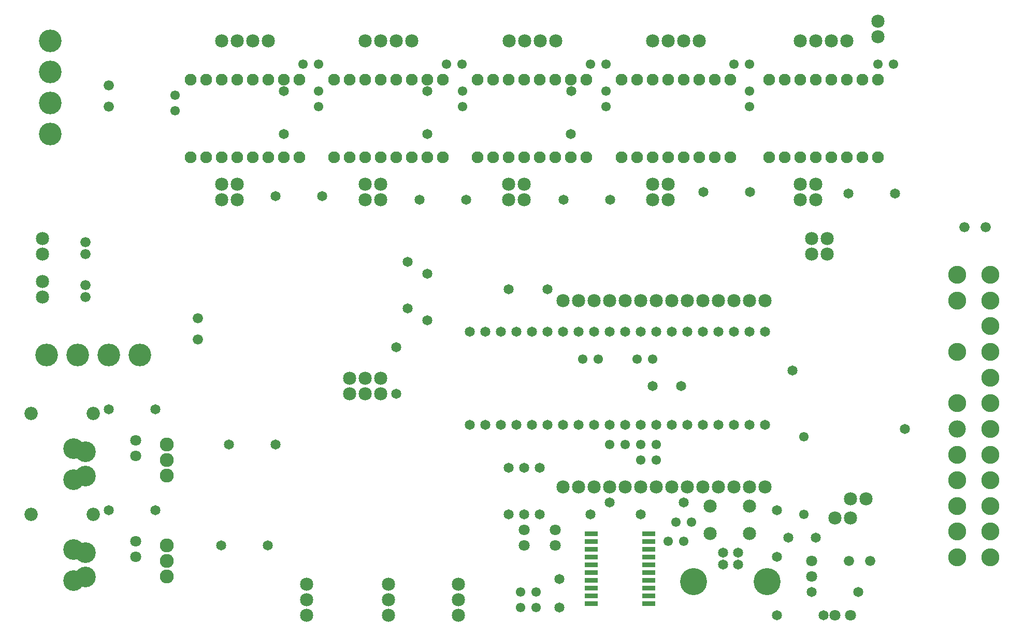
<source format=gbr>
G04 start of page 7 for group -4062 idx -4062 *
G04 Title: (unknown), soldermask *
G04 Creator: pcb 20110918 *
G04 CreationDate: Thu 19 Dec 2013 05:48:54 PM GMT UTC *
G04 For: main-user *
G04 Format: Gerber/RS-274X *
G04 PCB-Dimensions: 1574803 787402 *
G04 PCB-Coordinate-Origin: lower left *
%MOIN*%
%FSLAX25Y25*%
%LNBOTTOMMASK*%
%ADD287R,0.0300X0.0300*%
%ADD286C,0.1110*%
%ADD285C,0.1160*%
%ADD284C,0.1740*%
%ADD283C,0.0847*%
%ADD282C,0.0610*%
%ADD281C,0.0760*%
%ADD280C,0.0660*%
%ADD279C,0.1460*%
%ADD278C,0.1330*%
%ADD277C,0.0860*%
%ADD276C,0.0900*%
%ADD275C,0.0650*%
%ADD274C,0.0710*%
%ADD273C,0.0850*%
G54D273*X835000Y267402D03*
Y257402D03*
Y247402D03*
X737500Y267402D03*
Y257402D03*
Y247402D03*
X790000Y267402D03*
Y257402D03*
Y247402D03*
G54D274*X627500Y359902D03*
G54D275*X610000Y379902D03*
X640000D03*
G54D276*X647500Y357402D03*
G54D277*X600000Y377402D03*
G54D274*X627500Y349902D03*
G54D276*X647500Y347402D03*
Y337402D03*
G54D278*X594941Y271969D03*
X587441Y269843D03*
X594941Y287717D03*
X587441Y289843D03*
G54D277*X600000Y312402D03*
G54D275*X610000Y314902D03*
G54D279*X570000Y414902D03*
X590000D03*
X610000D03*
X630000D03*
G54D278*X594941Y336969D03*
Y352717D03*
X587441Y334843D03*
Y354843D03*
G54D277*X560000Y312402D03*
Y377402D03*
G54D276*X647500Y292402D03*
G54D274*X627500Y294902D03*
Y284902D03*
G54D275*X640000Y314902D03*
G54D276*X647500Y282402D03*
Y272402D03*
G54D275*X687500Y357402D03*
X717500D03*
X682500Y292402D03*
X712500D03*
G54D273*X567500Y462402D03*
Y452402D03*
G54D280*X595000D03*
Y460202D03*
G54D273*X567500Y489902D03*
Y479902D03*
G54D280*X595000Y487702D03*
Y479902D03*
X667500Y438702D03*
Y424902D03*
G54D281*X672559Y542461D03*
X662559D03*
X682559D03*
G54D273*Y524961D03*
Y514961D03*
G54D281*X692559Y542461D03*
X702559D03*
X722559Y592461D03*
X712559D03*
X702559D03*
X692559D03*
G54D273*Y524961D03*
Y514961D03*
G54D275*X717441Y517343D03*
G54D281*X672559Y592461D03*
X662559D03*
X682559D03*
G54D282*X652559Y572461D03*
Y582461D03*
G54D280*X610000Y574902D03*
Y588702D03*
G54D279*X572500Y557402D03*
Y577402D03*
Y597402D03*
Y617402D03*
G54D273*X775000Y524902D03*
G54D281*X765000Y542402D03*
X775000D03*
X755000D03*
G54D273*X775000Y514902D03*
G54D281*X785000Y542402D03*
X795000D03*
G54D273*X785000Y524902D03*
Y514902D03*
G54D275*X839941Y514961D03*
X809941D03*
X747441Y517343D03*
G54D281*X805000Y542402D03*
X815000D03*
X825000D03*
X857500D03*
X847500D03*
X795000Y592402D03*
X785000D03*
G54D282*X837559Y574961D03*
Y584961D03*
G54D281*X765000Y592402D03*
X755000D03*
X775000D03*
X712559Y542461D03*
X722559D03*
X732559D03*
Y592461D03*
G54D282*X745059Y574961D03*
Y584961D03*
Y602461D03*
X735059D03*
G54D273*X712559Y617461D03*
X702559D03*
X692559D03*
X682559D03*
G54D281*X815000Y592402D03*
X805000D03*
X825000D03*
X857500D03*
X847500D03*
X867500D03*
G54D282*X837500Y602402D03*
X827500D03*
G54D273*X805059Y617461D03*
X795059D03*
X785059D03*
X775059D03*
G54D281*X867500Y542402D03*
X877500D03*
X887500D03*
X897500D03*
X907500D03*
X917500D03*
X907500Y592402D03*
X897500D03*
X887500D03*
X877500D03*
X917500D03*
G54D282*X920000Y602402D03*
G54D273*X897559Y617461D03*
X887559D03*
X877559D03*
X867559D03*
X867500Y524902D03*
X877500D03*
X867500Y514902D03*
X877500D03*
G54D275*X902559Y514961D03*
G54D273*X1077500Y309902D03*
X1087500D03*
Y322402D03*
X1097500D03*
G54D275*X1040000Y314902D03*
G54D283*X1022500Y317618D03*
G54D275*X1062500Y262402D03*
X1092500D03*
G54D274*X1077500Y247402D03*
X1087500D03*
G54D275*X1070000D03*
G54D274*X1062500Y282402D03*
Y272402D03*
G54D275*X1040000Y284902D03*
G54D280*X1086200Y282402D03*
G54D282*X1057500Y312402D03*
Y362402D03*
G54D280*X1100000Y282402D03*
G54D275*X1015000Y279902D03*
X1005200D03*
Y287702D03*
X1015000D03*
G54D273*X1012500Y329902D03*
X1022500D03*
X1032500D03*
G54D282*X962500Y357402D03*
Y347402D03*
X952500Y357402D03*
Y347402D03*
G54D273*X962500Y329902D03*
G54D282*X975000Y307402D03*
G54D283*X996910Y317618D03*
G54D273*X992500Y329902D03*
X1002500D03*
G54D275*X1040000Y247402D03*
G54D284*X1033800Y269202D03*
X986400D03*
G54D283*X1022500Y299902D03*
X996910D03*
G54D282*X985000Y307402D03*
X980000Y294902D03*
X970000D03*
G54D273*X972500Y329902D03*
X982500D03*
G54D275*X802500Y444902D03*
X815000Y437402D03*
X802500Y474902D03*
X815000Y467402D03*
G54D273*X785000Y399902D03*
Y389902D03*
X775000Y399902D03*
X765000D03*
X775000Y389902D03*
X765000D03*
G54D275*X877500Y312402D03*
Y342402D03*
G54D274*Y302402D03*
Y292402D03*
G54D275*X867500Y312402D03*
X887500D03*
G54D274*X897500Y302402D03*
Y292402D03*
G54D282*X875000Y252402D03*
X885000D03*
X875000Y262402D03*
X885000D03*
G54D275*X900000Y252402D03*
Y270802D03*
G54D273*X902500Y329902D03*
X912500D03*
X922500D03*
X932500D03*
X942500D03*
X952500D03*
G54D275*X867500Y342402D03*
X887500D03*
X842500Y369902D03*
X852500D03*
X862500D03*
X872500D03*
X882500D03*
X892500D03*
X902500D03*
X978400Y394902D03*
X960000D03*
G54D282*Y412402D03*
X942500Y357402D03*
X932500D03*
G54D275*X942500Y369902D03*
X952500D03*
X962500D03*
X972500D03*
X982500D03*
G54D282*X950000Y412402D03*
G54D275*X952500Y429902D03*
X942500D03*
G54D282*X915000Y412402D03*
X925000D03*
G54D275*X912500Y369902D03*
X922500D03*
X932500D03*
Y429902D03*
X922500D03*
X912500D03*
X902500D03*
X892500D03*
X882500D03*
X872500D03*
X862500D03*
X852500D03*
X842500D03*
G54D273*X972500Y449902D03*
X962500D03*
X952500D03*
X942500D03*
X932500D03*
X922500D03*
X912500D03*
X902500D03*
G54D285*X1177500Y466615D03*
Y450080D03*
X1155847Y466615D03*
Y450079D03*
G54D280*X1160600Y497402D03*
X1174400D03*
G54D273*X1072500Y489902D03*
X1062500D03*
X1072500Y479902D03*
X1062500D03*
G54D285*X1177500Y433544D03*
Y417009D03*
Y400473D03*
Y383938D03*
Y367402D03*
Y350867D03*
Y334331D03*
Y317796D03*
Y301261D03*
Y284725D03*
X1155847Y417008D03*
Y383937D03*
G54D286*Y367401D03*
G54D285*Y350866D03*
Y334330D03*
Y317795D03*
Y301261D03*
Y284725D03*
G54D275*X992500Y369902D03*
Y429902D03*
X982500D03*
X972500D03*
X962500D03*
X1002500Y369902D03*
Y429902D03*
X1012500Y369902D03*
X1022500D03*
X1032500D03*
Y429902D03*
X1022500D03*
X1012500D03*
G54D273*X1032500Y449902D03*
X1022500D03*
X1012500D03*
X1002500D03*
X992500D03*
X982500D03*
G54D281*X990000Y542402D03*
Y592402D03*
G54D273*X990059Y617461D03*
G54D281*X1000000Y542402D03*
Y592402D03*
X1010000Y542402D03*
Y592402D03*
G54D282*X1022500Y574902D03*
Y584902D03*
Y602402D03*
X1012500D03*
G54D275*X1022559Y519961D03*
X992559D03*
G54D281*X1035000Y542402D03*
X950000Y592402D03*
X940000D03*
X960000D03*
G54D282*X930000Y602402D03*
G54D273*X960059Y617461D03*
G54D281*X970000Y542402D03*
Y592402D03*
G54D273*Y524902D03*
Y514902D03*
X970059Y617461D03*
G54D281*X980000Y542402D03*
Y592402D03*
G54D273*X980059Y617461D03*
G54D281*X950000Y542402D03*
X960000D03*
X940000D03*
G54D273*X960000Y524902D03*
Y514902D03*
G54D275*X932559Y514961D03*
G54D282*X930059Y574961D03*
Y584961D03*
G54D273*X1065000Y617402D03*
X1055000D03*
G54D281*X1045000Y592402D03*
X1035000D03*
X1065000D03*
X1055000D03*
G54D275*X1116000Y518902D03*
X1086000D03*
G54D273*X1065000Y524902D03*
Y514902D03*
X1055000Y524902D03*
Y514902D03*
G54D282*X1115000Y602402D03*
X1105000D03*
G54D273*Y629902D03*
Y619902D03*
X1085000Y617402D03*
X1075000D03*
G54D281*X1045000Y542402D03*
X1055000D03*
X1065000D03*
X1075000D03*
X1085000D03*
X1095000D03*
X1105000D03*
X1095000Y592402D03*
X1085000D03*
X1075000D03*
X1105000D03*
G54D275*X1050000Y404902D03*
X892500Y457402D03*
X867500D03*
X795000Y419902D03*
Y389902D03*
X1065000Y297402D03*
X980000Y319902D03*
X932500D03*
X1047500Y297402D03*
X952500Y312402D03*
X920000D03*
X1122500Y367402D03*
X907559Y584961D03*
X907500Y557402D03*
X815059Y584961D03*
Y557461D03*
X722559Y584961D03*
Y557461D03*
G54D287*X954744Y299902D02*X960256D01*
X954744Y294902D02*X960256D01*
X954744Y289902D02*X960256D01*
X954744Y284902D02*X960256D01*
X954744Y279902D02*X960256D01*
X954744Y274902D02*X960256D01*
X954744Y269902D02*X960256D01*
X954744Y264902D02*X960256D01*
X954744Y259902D02*X960256D01*
X954744Y254902D02*X960256D01*
X917736Y269902D02*X923248D01*
X917736Y274902D02*X923248D01*
X917736Y279902D02*X923248D01*
X917736Y284902D02*X923248D01*
X917736Y254902D02*X923248D01*
X917736Y259902D02*X923248D01*
X917736Y264902D02*X923248D01*
X917736Y289902D02*X923248D01*
X917736Y294902D02*X923248D01*
X917736Y299902D02*X923248D01*
M02*

</source>
